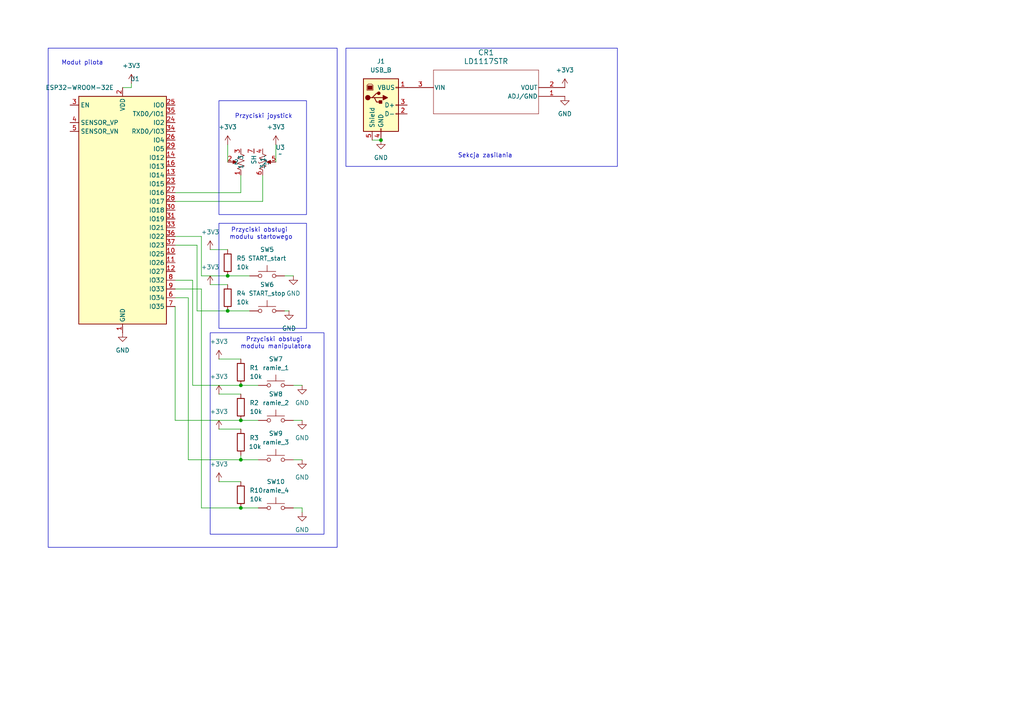
<source format=kicad_sch>
(kicad_sch (version 20231120) (generator "eeschema") (generator_version "8.0")
  (paper "A4")
  (lib_symbols
    (symbol "2024-05-05_15-24-01:LD1117STR" (pin_names (offset 0.254))
      (property "Reference" "CR" (at 22.86 10.16 0))
      (property "Value" "LD1117STR" (at 22.86 7.62 0))
      (symbol "LD1117STR_0_1"
        (polyline (pts (xy 7.62 -7.62) (xy 38.1 -7.62)) (stroke (width 0.127)))
        (polyline (pts (xy 7.62 5.08) (xy 7.62 -7.62)) (stroke (width 0.127)))
        (polyline (pts (xy 38.1 -7.62) (xy 38.1 5.08)) (stroke (width 0.127)))
        (polyline (pts (xy 38.1 5.08) (xy 7.62 5.08)) (stroke (width 0.127)))
        (pin power_out line (at 0 0 0) (length 7.62) (name "ADJ/GND") (number "1"))
        (pin power_in line (at 0 -2.54 0) (length 7.62) (name "VOUT") (number "2"))
        (pin power_in line (at 45.72 -2.54 180) (length 7.62) (name "VIN") (number "3"))
      )
    )
    (symbol "Connector:USB_B" (pin_names (offset 1.016))
      (property "Reference" "J" (at -5.08 11.43 0))
      (property "Value" "USB_B" (at -5.08 8.89 0))
      (symbol "USB_B_0_1"
        (rectangle (start -5.08 -7.62) (end 5.08 7.62) (stroke (width 0.254)) (fill (type background)))
        (circle (center -3.81 2.159) (radius 0.635) (stroke (width 0.254)) (fill (type outline)))
        (rectangle (start -3.81 5.588) (end -2.54 4.572) (fill (type outline)))
        (circle (center -0.635 3.429) (radius 0.381) (stroke (width 0.254)) (fill (type outline)))
        (rectangle (start -0.127 -7.62) (end 0.127 -6.858))
        (polyline (pts (xy -1.905 2.159) (xy 0.635 2.159)) (stroke (width 0.254)))
        (polyline (pts (xy -3.175 2.159) (xy -2.54 2.159) (xy -1.27 3.429) (xy -0.635 3.429)) (stroke (width 0.254)))
        (polyline (pts (xy -2.54 2.159) (xy -1.905 2.159) (xy -1.27 0.889) (xy 0 0.889)) (stroke (width 0.254)))
        (polyline (pts (xy 0.635 2.794) (xy 0.635 1.524) (xy 1.905 2.159) (xy 0.635 2.794)) (stroke (width 0.254)) (fill (type outline)))
        (polyline (pts (xy -4.064 4.318) (xy -2.286 4.318) (xy -2.286 5.715) (xy -2.667 6.096) (xy -3.683 6.096) (xy -4.064 5.715) (xy -4.064 4.318)))
        (rectangle (start 0.254 1.27) (end -0.508 0.508) (stroke (width 0.254)) (fill (type outline)))
        (rectangle (start 5.08 -2.667) (end 4.318 -2.413))
        (rectangle (start 5.08 -0.127) (end 4.318 0.127))
        (rectangle (start 5.08 4.953) (end 4.318 5.207))
      )
      (symbol "USB_B_1_1"
        (pin power_out line (at 7.62 5.08 180) (length 2.54) (name "VBUS") (number "1"))
        (pin bidirectional line (at 7.62 -2.54 180) (length 2.54) (name "D-") (number "2"))
        (pin bidirectional line (at 7.62 0 180) (length 2.54) (name "D+") (number "3"))
        (pin power_out line (at 0 -10.16 90) (length 2.54) (name "GND") (number "4"))
        (pin passive line (at -2.54 -10.16 90) (length 2.54) (name "Shield") (number "5"))
      )
    )
    (symbol "Device:R" (pin_numbers hide) (pin_names (offset 0))
      (property "Reference" "R" (at 2.032 0 90))
      (property "Value" "R" (at 0 0 90))
      (symbol "R_0_1"
        (rectangle (start -1.016 -2.54) (end 1.016 2.54) (stroke (width 0.254)))
      )
      (symbol "R_1_1"
        (pin passive line (at 0 3.81 270) (length 1.27) (name "~") (number "1"))
        (pin passive line (at 0 -3.81 90) (length 1.27) (name "~") (number "2"))
      )
    )
    (symbol "Joystick:3D161"
      (property "Reference" "U" (at 0 5.842 0))
      (symbol "3D161_0_1"
        (polyline (pts (xy -5.08 -1.27) (xy -4.064 -1.27)))
        (polyline (pts (xy -2.54 -3.81) (xy -2.54 -3.556)))
        (polyline (pts (xy -2.54 1.016) (xy -2.54 1.27)))
        (polyline (pts (xy 3.81 -3.556) (xy 3.81 -3.81)))
        (polyline (pts (xy 3.81 1.27) (xy 3.81 1.016)))
        (polyline (pts (xy 6.35 -1.27) (xy 5.334 -1.27)))
        (polyline (pts (xy -3.683 -1.27) (xy -4.826 -1.778) (xy -4.826 -0.762) (xy -3.683 -1.27)) (fill (type outline)))
        (polyline (pts (xy 4.953 -1.27) (xy 6.096 -0.762) (xy 6.096 -1.778) (xy 4.953 -1.27)) (fill (type outline)))
        (polyline (pts (xy -2.54 -3.556) (xy -3.556 -3.175) (xy -2.54 -2.794) (xy -1.524 -2.413) (xy -2.54 -2.032)))
        (polyline (pts (xy -2.54 -2.032) (xy -3.556 -1.651) (xy -2.54 -1.27) (xy -1.524 -0.889) (xy -1.27 -1.27)))
        (polyline (pts (xy -2.54 -0.508) (xy -3.556 -0.127) (xy -2.54 0.254) (xy -1.524 0.635) (xy -2.54 1.016)))
        (polyline (pts (xy 3.81 -2.032) (xy 4.826 -2.413) (xy 3.81 -2.794) (xy 2.794 -3.175) (xy 3.81 -3.556)))
        (polyline (pts (xy 3.81 -0.508) (xy 4.826 -0.889) (xy 3.81 -1.27) (xy 2.794 -1.651) (xy 3.81 -2.032)))
        (polyline (pts (xy 3.81 1.016) (xy 4.826 0.635) (xy 3.81 0.254) (xy 2.794 -0.127) (xy 3.81 -0.508)))
      )
      (symbol "3D161_1_1"
        (pin passive line (at 3.81 2.54 270) (length 1.27) (name "1") (number "1"))
        (pin passive line (at 7.62 -1.27 180) (length 1.27) (name "2") (number "2"))
        (pin passive line (at 3.81 -5.08 90) (length 1.27) (name "3") (number "3"))
        (pin passive line (at -2.54 -5.08 90) (length 1.27) (name "1.") (number "4"))
        (pin passive line (at -6.35 -1.27 0) (length 1.27) (name "2.") (number "5"))
        (pin passive line (at -2.54 2.54 270) (length 1.27) (name "3.") (number "6"))
        (pin passive line (at 0 -5.08 90) (length 1.27) (name "SH") (number "7"))
      )
    )
    (symbol "RF_Module:ESP32-WROOM-32E"
      (property "Reference" "U" (at -12.7 34.29 0))
      (property "Value" "ESP32-WROOM-32E" (at 1.27 34.29 0))
      (symbol "ESP32-WROOM-32E_0_1"
        (rectangle (start -12.7 33.02) (end 12.7 -33.02) (stroke (width 0.254)) (fill (type background)))
      )
      (symbol "ESP32-WROOM-32E_1_1"
        (pin power_in line (at 0 -35.56 90) (length 2.54) (name "GND") (number "1"))
        (pin bidirectional line (at 15.24 -12.7 180) (length 2.54) (name "IO25") (number "10"))
        (pin bidirectional line (at 15.24 -15.24 180) (length 2.54) (name "IO26") (number "11"))
        (pin bidirectional line (at 15.24 -17.78 180) (length 2.54) (name "IO27") (number "12"))
        (pin bidirectional line (at 15.24 10.16 180) (length 2.54) (name "IO14") (number "13"))
        (pin bidirectional line (at 15.24 15.24 180) (length 2.54) (name "IO12") (number "14"))
        (pin passive line (at 0 -35.56 90) (length 2.54) hide (name "GND") (number "15"))
        (pin bidirectional line (at 15.24 12.7 180) (length 2.54) (name "IO13") (number "16"))
        (pin no_connect line (at -12.7 -5.08 0) (length 2.54) hide (name "NC") (number "17"))
        (pin no_connect line (at -12.7 -7.62 0) (length 2.54) hide (name "NC") (number "18"))
        (pin no_connect line (at -12.7 -12.7 0) (length 2.54) hide (name "NC") (number "19"))
        (pin power_in line (at 0 35.56 270) (length 2.54) (name "VDD") (number "2"))
        (pin no_connect line (at -12.7 -10.16 0) (length 2.54) hide (name "NC") (number "20"))
        (pin no_connect line (at -12.7 0 0) (length 2.54) hide (name "NC") (number "21"))
        (pin no_connect line (at -12.7 -2.54 0) (length 2.54) hide (name "NC") (number "22"))
        (pin bidirectional line (at 15.24 7.62 180) (length 2.54) (name "IO15") (number "23"))
        (pin bidirectional line (at 15.24 25.4 180) (length 2.54) (name "IO2") (number "24"))
        (pin bidirectional line (at 15.24 30.48 180) (length 2.54) (name "IO0") (number "25"))
        (pin bidirectional line (at 15.24 20.32 180) (length 2.54) (name "IO4") (number "26"))
        (pin bidirectional line (at 15.24 5.08 180) (length 2.54) (name "IO16") (number "27"))
        (pin bidirectional line (at 15.24 2.54 180) (length 2.54) (name "IO17") (number "28"))
        (pin bidirectional line (at 15.24 17.78 180) (length 2.54) (name "IO5") (number "29"))
        (pin input line (at -15.24 30.48 0) (length 2.54) (name "EN") (number "3"))
        (pin bidirectional line (at 15.24 0 180) (length 2.54) (name "IO18") (number "30"))
        (pin bidirectional line (at 15.24 -2.54 180) (length 2.54) (name "IO19") (number "31"))
        (pin no_connect line (at -12.7 -27.94 0) (length 2.54) hide (name "NC") (number "32"))
        (pin bidirectional line (at 15.24 -5.08 180) (length 2.54) (name "IO21") (number "33"))
        (pin bidirectional line (at 15.24 22.86 180) (length 2.54) (name "RXD0/IO3") (number "34"))
        (pin bidirectional line (at 15.24 27.94 180) (length 2.54) (name "TXD0/IO1") (number "35"))
        (pin bidirectional line (at 15.24 -7.62 180) (length 2.54) (name "IO22") (number "36"))
        (pin bidirectional line (at 15.24 -10.16 180) (length 2.54) (name "IO23") (number "37"))
        (pin passive line (at 0 -35.56 90) (length 2.54) hide (name "GND") (number "38"))
        (pin passive line (at 0 -35.56 90) (length 2.54) hide (name "GND") (number "39"))
        (pin input line (at -15.24 25.4 0) (length 2.54) (name "SENSOR_VP") (number "4"))
        (pin input line (at -15.24 22.86 0) (length 2.54) (name "SENSOR_VN") (number "5"))
        (pin input line (at 15.24 -25.4 180) (length 2.54) (name "IO34") (number "6"))
        (pin input line (at 15.24 -27.94 180) (length 2.54) (name "IO35") (number "7"))
        (pin bidirectional line (at 15.24 -20.32 180) (length 2.54) (name "IO32") (number "8"))
        (pin bidirectional line (at 15.24 -22.86 180) (length 2.54) (name "IO33") (number "9"))
      )
    )
    (symbol "Switch:SW_MEC_5G" (pin_numbers hide) (pin_names (offset 1.016) hide)
      (property "Reference" "SW" (at 1.27 2.54 0))
      (property "Value" "SW_MEC_5G" (at 0 -1.524 0))
      (symbol "SW_MEC_5G_0_1"
        (circle (center -2.032 0) (radius 0.508))
        (polyline (pts (xy 0 1.27) (xy 0 3.048)))
        (polyline (pts (xy 2.54 1.27) (xy -2.54 1.27)))
        (circle (center 2.032 0) (radius 0.508))
        (pin passive line (at -5.08 0 0) (length 2.54) (name "A") (number "1"))
        (pin passive line (at 5.08 0 180) (length 2.54) (name "B") (number "3"))
      )
      (symbol "SW_MEC_5G_1_1"
        (pin passive line (at -5.08 0 0) (length 2.54) hide (name "A") (number "2"))
        (pin passive line (at 5.08 0 180) (length 2.54) hide (name "B") (number "4"))
      )
    )
    (symbol "power:+3V3" (power) (pin_numbers hide) (pin_names (offset 0) hide)
      (property "Value" "+3V3" (at 0 3.556 0))
      (symbol "+3V3_0_1"
        (polyline (pts (xy -0.762 1.27) (xy 0 2.54)))
        (polyline (pts (xy 0 0) (xy 0 2.54)))
        (polyline (pts (xy 0 2.54) (xy 0.762 1.27)))
      )
      (symbol "+3V3_1_1"
        (pin power_in line (at 0 0 90) (length 0) (name "~") (number "1"))
      )
    )
    (symbol "power:GND" (power) (pin_numbers hide) (pin_names (offset 0) hide)
      (property "Value" "GND" (at 0 -3.81 0))
      (symbol "GND_0_1"
        (polyline (pts (xy 0 0) (xy 0 -1.27) (xy 1.27 -1.27) (xy 0 -2.54) (xy -1.27 -1.27) (xy 0 -1.27)))
      )
      (symbol "GND_1_1"
        (pin power_in line (at 0 0 270) (length 0) (name "~") (number "1"))
      )
    )
  )
  (junction (at 69.85 147.32))
  (junction (at 69.85 111.76))
  (junction (at 69.85 133.35))
  (junction (at 110.49 40.64))
  (junction (at 66.04 80.01))
  (junction (at 66.04 90.17))
  (junction (at 69.85 121.92))
  (wire (pts (xy 38.1 25.4) (xy 38.1 24.13)))
  (wire (pts (xy 87.63 148.59) (xy 87.63 147.32)))
  (wire (pts (xy 60.96 82.55) (xy 66.04 82.55)))
  (wire (pts (xy 50.8 83.82) (xy 58.42 83.82)))
  (wire (pts (xy 63.5 114.3) (xy 69.85 114.3)))
  (wire (pts (xy 50.8 71.12) (xy 57.15 71.12)))
  (wire (pts (xy 54.61 86.36) (xy 54.61 133.35)))
  (wire (pts (xy 50.8 58.42) (xy 76.2 58.42)))
  (wire (pts (xy 69.85 50.8) (xy 69.85 55.88)))
  (wire (pts (xy 50.8 68.58) (xy 58.42 68.58)))
  (wire (pts (xy 66.04 41.91) (xy 66.04 46.99)))
  (wire (pts (xy 87.63 121.92) (xy 85.09 121.92)))
  (wire (pts (xy 50.8 121.92) (xy 69.85 121.92)))
  (wire (pts (xy 60.96 72.39) (xy 66.04 72.39)))
  (wire (pts (xy 50.8 88.9) (xy 50.8 121.92)))
  (wire (pts (xy 66.04 80.01) (xy 72.39 80.01)))
  (wire (pts (xy 58.42 83.82) (xy 58.42 147.32)))
  (wire (pts (xy 69.85 132.08) (xy 69.85 133.35)))
  (wire (pts (xy 85.09 133.35) (xy 87.63 133.35)))
  (wire (pts (xy 69.85 147.32) (xy 74.93 147.32)))
  (wire (pts (xy 80.01 41.91) (xy 80.01 46.99)))
  (wire (pts (xy 66.04 90.17) (xy 72.39 90.17)))
  (wire (pts (xy 55.88 111.76) (xy 55.88 81.28)))
  (wire (pts (xy 76.2 58.42) (xy 76.2 50.8)))
  (wire (pts (xy 50.8 55.88) (xy 69.85 55.88)))
  (wire (pts (xy 54.61 133.35) (xy 69.85 133.35)))
  (wire (pts (xy 63.5 124.46) (xy 69.85 124.46)))
  (wire (pts (xy 85.09 80.01) (xy 82.55 80.01)))
  (wire (pts (xy 83.82 90.17) (xy 82.55 90.17)))
  (wire (pts (xy 63.5 139.7) (xy 69.85 139.7)))
  (wire (pts (xy 87.63 147.32) (xy 85.09 147.32)))
  (wire (pts (xy 58.42 80.01) (xy 66.04 80.01)))
  (wire (pts (xy 107.95 40.64) (xy 110.49 40.64)))
  (wire (pts (xy 55.88 81.28) (xy 50.8 81.28)))
  (wire (pts (xy 69.85 133.35) (xy 74.93 133.35)))
  (wire (pts (xy 69.85 121.92) (xy 74.93 121.92)))
  (wire (pts (xy 69.85 111.76) (xy 74.93 111.76)))
  (wire (pts (xy 87.63 111.76) (xy 85.09 111.76)))
  (wire (pts (xy 58.42 147.32) (xy 69.85 147.32)))
  (wire (pts (xy 58.42 68.58) (xy 58.42 80.01)))
  (wire (pts (xy 50.8 86.36) (xy 54.61 86.36)))
  (wire (pts (xy 35.56 25.4) (xy 38.1 25.4)))
  (wire (pts (xy 55.88 111.76) (xy 69.85 111.76)))
  (wire (pts (xy 57.15 90.17) (xy 66.04 90.17)))
  (wire (pts (xy 63.5 104.14) (xy 69.85 104.14)))
  (wire (pts (xy 57.15 71.12) (xy 57.15 90.17)))
  (rectangle (start 100.33 13.97) (end 179.07 48.26))
  (rectangle (start 13.97 13.97) (end 97.79 158.75))
  (rectangle (start 63.5 29.21) (end 88.9 62.23))
  (rectangle (start 60.96 96.52) (end 93.98 154.94))
  (rectangle (start 63.5 64.77) (end 88.9 95.25))
  (text "Moduł pilota" (at 23.876 18.288 0) (effects (font (size 1.27 1.27))))
  (text "Przyciski joystick" (at 76.454 33.782 0) (effects (font (size 1.27 1.27))))
  (text "Przyciski obsługi \nmodułu startowego\n" (at 75.692 67.818 0) (effects (font (size 1.27 1.27))))
  (text "Sekcja zasilania\n" (at 140.716 45.212 0) (effects (font (size 1.27 1.27))))
  (text "Przyciski obsługi \nmodułu manipulatora\n" (at 80.01 99.568 0) (effects (font (size 1.27 1.27))))
  (symbol (lib_id "Device:R") (at 69.85 143.51 0) (unit 1)
    (property "Reference" "R10" (at 72.39 142.2399 0) (effects (justify left)))
    (property "Value" "10k" (at 72.39 144.7799 0) (effects (justify left)))
    (property "Footprint" "Resistor_THT:R_Axial_DIN0204_L3.6mm_D1.6mm_P7.62mm_Horizontal" (effects (hide yes)))
    (property "Description" "Resistor" (effects (hide yes)))
  )
  (symbol (lib_id "power:+3V3") (at 60.96 82.55 0) (unit 1)
    (property "Reference" "#PWR020" (effects (hide yes)))
    (property "Value" "+3V3" (at 60.96 77.47 0))
    (property "Description" "Power symbol creates a global label with name \"+3V3\"" (effects (hide yes)))
  )
  (symbol (lib_id "power:+3V3") (at 163.83 25.4 0) (unit 1)
    (property "Reference" "#PWR011" (effects (hide yes)))
    (property "Value" "+3V3" (at 163.83 20.32 0))
    (property "Description" "Power symbol creates a global label with name \"+3V3\"" (effects (hide yes)))
  )
  (symbol (lib_id "power:GND") (at 87.63 133.35 0) (unit 1)
    (property "Reference" "#PWR03" (effects (hide yes)))
    (property "Value" "GND" (at 87.63 138.43 0))
    (property "Description" "Power symbol creates a global label with name \"GND\" , ground" (effects (hide yes)))
  )
  (symbol (lib_id "power:GND") (at 110.49 40.64 0) (unit 1)
    (property "Reference" "#PWR010" (effects (hide yes)))
    (property "Value" "GND" (at 110.49 45.72 0))
    (property "Description" "Power symbol creates a global label with name \"GND\" , ground" (effects (hide yes)))
  )
  (symbol (lib_id "Device:R") (at 69.85 107.95 0) (unit 1)
    (property "Reference" "R1" (at 72.39 106.6799 0) (effects (justify left)))
    (property "Value" "10k" (at 72.39 109.2199 0) (effects (justify left)))
    (property "Footprint" "Resistor_THT:R_Axial_DIN0204_L3.6mm_D1.6mm_P7.62mm_Horizontal" (effects (hide yes)))
    (property "Description" "Resistor" (effects (hide yes)))
  )
  (symbol (lib_id "power:+3V3") (at 63.5 104.14 0) (unit 1)
    (property "Reference" "#PWR06" (effects (hide yes)))
    (property "Value" "+3V3" (at 63.5 99.06 0))
    (property "Description" "Power symbol creates a global label with name \"+3V3\"" (effects (hide yes)))
  )
  (symbol (lib_id "power:GND") (at 83.82 90.17 0) (unit 1)
    (property "Reference" "#PWR013" (effects (hide yes)))
    (property "Value" "GND" (at 83.82 95.25 0))
    (property "Description" "Power symbol creates a global label with name \"GND\" , ground" (effects (hide yes)))
  )
  (symbol (lib_id "Switch:SW_MEC_5G") (at 80.01 147.32 0) (unit 1)
    (property "Reference" "SW10" (at 80.01 139.7 0))
    (property "Value" "ramie_4" (at 80.01 142.24 0))
    (property "Footprint" "Button_Switch_THT:SW_PUSH_6mm_H5mm" (effects (hide yes)))
    (property "Datasheet" "http://www.apem.com/int/index.php?controller=attachment&id_attachment=488" (effects (hide yes)))
    (property "Description" "MEC 5G single pole normally-open tactile switch" (effects (hide yes)))
  )
  (symbol (lib_id "RF_Module:ESP32-WROOM-32E") (at 35.56 60.96 0) (unit 1)
    (property "Reference" "U1" (at 37.7541 22.86 0) (effects (justify left)))
    (property "Value" "ESP32-WROOM-32E" (at 13.208 25.4 0) (effects (justify left)))
    (property "Footprint" "RF_Module:ESP32-WROOM-32D" (effects (hide yes)))
    (property "Datasheet" "https://www.espressif.com/sites/default/files/documentation/esp32-wroom-32e_esp32-wroom-32ue_datasheet_en.pdf" (effects (hide yes)))
    (property "Description" "RF Module, ESP32-D0WD-V3 SoC, without PSRAM, Wi-Fi 802.11b/g/n, Bluetooth, BLE, 32-bit, 2.7-3.6V, onboard antenna, SMD" (effects (hide yes)))
  )
  (symbol (lib_id "power:GND") (at 163.83 27.94 0) (unit 1)
    (property "Reference" "#PWR014" (effects (hide yes)))
    (property "Value" "GND" (at 163.83 33.02 0))
    (property "Description" "Power symbol creates a global label with name \"GND\" , ground" (effects (hide yes)))
  )
  (symbol (lib_id "power:GND") (at 85.09 80.01 0) (unit 1)
    (property "Reference" "#PWR012" (effects (hide yes)))
    (property "Value" "GND" (at 85.09 85.09 0))
    (property "Description" "Power symbol creates a global label with name \"GND\" , ground" (effects (hide yes)))
  )
  (symbol (lib_id "Switch:SW_MEC_5G") (at 77.47 90.17 0) (unit 1)
    (property "Reference" "SW6" (at 77.47 82.55 0))
    (property "Value" "START_stop" (at 77.47 85.09 0))
    (property "Footprint" "Button_Switch_THT:SW_PUSH_6mm_H5mm" (effects (hide yes)))
    (property "Datasheet" "http://www.apem.com/int/index.php?controller=attachment&id_attachment=488" (effects (hide yes)))
    (property "Description" "MEC 5G single pole normally-open tactile switch" (effects (hide yes)))
  )
  (symbol (lib_id "power:+3V3") (at 63.5 124.46 0) (unit 1)
    (property "Reference" "#PWR015" (effects (hide yes)))
    (property "Value" "+3V3" (at 63.5 119.38 0))
    (property "Description" "Power symbol creates a global label with name \"+3V3\"" (effects (hide yes)))
  )
  (symbol (lib_id "Device:R") (at 66.04 76.2 0) (unit 1)
    (property "Reference" "R5" (at 68.58 74.9299 0) (effects (justify left)))
    (property "Value" "10k" (at 68.58 77.4699 0) (effects (justify left)))
    (property "Footprint" "Resistor_THT:R_Axial_DIN0204_L3.6mm_D1.6mm_P7.62mm_Horizontal" (effects (hide yes)))
    (property "Description" "Resistor" (effects (hide yes)))
  )
  (symbol (lib_id "Device:R") (at 66.04 86.36 0) (unit 1)
    (property "Reference" "R4" (at 68.58 85.0899 0) (effects (justify left)))
    (property "Value" "10k" (at 68.58 87.6299 0) (effects (justify left)))
    (property "Footprint" "Resistor_THT:R_Axial_DIN0204_L3.6mm_D1.6mm_P7.62mm_Horizontal" (effects (hide yes)))
    (property "Description" "Resistor" (effects (hide yes)))
  )
  (symbol (lib_id "2024-05-05_15-24-01:LD1117STR") (at 163.83 27.94 180) (unit 1)
    (property "Reference" "CR1" (at 140.97 15.24 0) (effects (font (size 1.524 1.524))))
    (property "Value" "LD1117STR" (at 140.97 17.78 0) (effects (font (size 1.524 1.524))))
    (property "Footprint" "SOT-223_STM" (effects (hide yes)))
    (property "Datasheet" "LD1117STR" (effects (hide yes)))
  )
  (symbol (lib_id "Switch:SW_MEC_5G") (at 80.01 133.35 0) (unit 1)
    (property "Reference" "SW9" (at 80.01 125.73 0))
    (property "Value" "ramie_3" (at 80.01 128.27 0))
    (property "Footprint" "Button_Switch_THT:SW_PUSH_6mm_H5mm" (effects (hide yes)))
    (property "Datasheet" "http://www.apem.com/int/index.php?controller=attachment&id_attachment=488" (effects (hide yes)))
    (property "Description" "MEC 5G single pole normally-open tactile switch" (effects (hide yes)))
  )
  (symbol (lib_id "Joystick:3D161") (at 73.66 48.26 180) (unit 1)
    (property "Reference" "U3" (at 81.28 42.7638 0))
    (property "Value" "~" (at 81.28 44.6689 0))
    (property "Footprint" "3D161:3D161" (effects (hide yes)))
  )
  (symbol (lib_id "power:GND") (at 35.56 96.52 0) (unit 1)
    (property "Reference" "#PWR01" (effects (hide yes)))
    (property "Value" "GND" (at 35.56 101.6 0))
    (property "Description" "Power symbol creates a global label with name \"GND\" , ground" (effects (hide yes)))
  )
  (symbol (lib_id "power:GND") (at 87.63 121.92 0) (unit 1)
    (property "Reference" "#PWR04" (effects (hide yes)))
    (property "Value" "GND" (at 87.63 127 0))
    (property "Description" "Power symbol creates a global label with name \"GND\" , ground" (effects (hide yes)))
  )
  (symbol (lib_id "Switch:SW_MEC_5G") (at 80.01 121.92 0) (unit 1)
    (property "Reference" "SW8" (at 80.01 114.3 0))
    (property "Value" "ramie_2" (at 80.01 116.84 0))
    (property "Footprint" "Button_Switch_THT:SW_PUSH_6mm_H5mm" (effects (hide yes)))
    (property "Datasheet" "http://www.apem.com/int/index.php?controller=attachment&id_attachment=488" (effects (hide yes)))
    (property "Description" "MEC 5G single pole normally-open tactile switch" (effects (hide yes)))
  )
  (symbol (lib_id "power:+3V3") (at 63.5 139.7 0) (unit 1)
    (property "Reference" "#PWR021" (effects (hide yes)))
    (property "Value" "+3V3" (at 63.5 134.62 0))
    (property "Description" "Power symbol creates a global label with name \"+3V3\"" (effects (hide yes)))
  )
  (symbol (lib_id "power:+3V3") (at 38.1 24.13 0) (unit 1)
    (property "Reference" "#PWR02" (effects (hide yes)))
    (property "Value" "+3V3" (at 38.1 19.05 0))
    (property "Description" "Power symbol creates a global label with name \"+3V3\"" (effects (hide yes)))
  )
  (symbol (lib_id "Switch:SW_MEC_5G") (at 80.01 111.76 0) (unit 1)
    (property "Reference" "SW7" (at 80.01 104.14 0))
    (property "Value" "ramie_1" (at 80.01 106.68 0))
    (property "Footprint" "Button_Switch_THT:SW_PUSH_6mm_H5mm" (effects (hide yes)))
    (property "Datasheet" "http://www.apem.com/int/index.php?controller=attachment&id_attachment=488" (effects (hide yes)))
    (property "Description" "MEC 5G single pole normally-open tactile switch" (effects (hide yes)))
  )
  (symbol (lib_id "Device:R") (at 69.85 128.27 0) (unit 1)
    (property "Reference" "R3" (at 72.39 126.9999 0) (effects (justify left)))
    (property "Value" "10k" (at 72.136 129.54 0) (effects (justify left)))
    (property "Footprint" "Resistor_THT:R_Axial_DIN0204_L3.6mm_D1.6mm_P7.62mm_Horizontal" (effects (hide yes)))
    (property "Description" "Resistor" (effects (hide yes)))
  )
  (symbol (lib_id "power:+3V3") (at 63.5 114.3 0) (unit 1)
    (property "Reference" "#PWR016" (effects (hide yes)))
    (property "Value" "+3V3" (at 63.5 109.22 0))
    (property "Description" "Power symbol creates a global label with name \"+3V3\"" (effects (hide yes)))
  )
  (symbol (lib_id "power:GND") (at 87.63 148.59 0) (unit 1)
    (property "Reference" "#PWR022" (effects (hide yes)))
    (property "Value" "GND" (at 87.63 153.67 0))
    (property "Description" "Power symbol creates a global label with name \"GND\" , ground" (effects (hide yes)))
  )
  (symbol (lib_id "power:+3V3") (at 80.01 41.91 0) (unit 1)
    (property "Reference" "#PWR09" (effects (hide yes)))
    (property "Value" "+3V3" (at 80.01 36.83 0))
    (property "Description" "Power symbol creates a global label with name \"+3V3\"" (effects (hide yes)))
  )
  (symbol (lib_id "power:GND") (at 87.63 111.76 0) (unit 1)
    (property "Reference" "#PWR05" (effects (hide yes)))
    (property "Value" "GND" (at 87.63 116.84 0))
    (property "Description" "Power symbol creates a global label with name \"GND\" , ground" (effects (hide yes)))
  )
  (symbol (lib_id "power:+3V3") (at 60.96 72.39 0) (unit 1)
    (property "Reference" "#PWR07" (effects (hide yes)))
    (property "Value" "+3V3" (at 60.96 67.31 0))
    (property "Description" "Power symbol creates a global label with name \"+3V3\"" (effects (hide yes)))
  )
  (symbol (lib_id "Device:R") (at 69.85 118.11 0) (unit 1)
    (property "Reference" "R2" (at 72.39 116.8399 0) (effects (justify left)))
    (property "Value" "10k" (at 72.39 119.3799 0) (effects (justify left)))
    (property "Footprint" "Resistor_THT:R_Axial_DIN0204_L3.6mm_D1.6mm_P7.62mm_Horizontal" (effects (hide yes)))
    (property "Description" "Resistor" (effects (hide yes)))
  )
  (symbol (lib_id "Switch:SW_MEC_5G") (at 77.47 80.01 0) (unit 1)
    (property "Reference" "SW5" (at 77.47 72.39 0))
    (property "Value" "START_start" (at 77.47 74.93 0))
    (property "Footprint" "Button_Switch_THT:SW_PUSH_6mm_H5mm" (effects (hide yes)))
    (property "Datasheet" "http://www.apem.com/int/index.php?controller=attachment&id_attachment=488" (effects (hide yes)))
    (property "Description" "MEC 5G single pole normally-open tactile switch" (effects (hide yes)))
  )
  (symbol (lib_id "Connector:USB_B") (at 110.49 30.48 0) (unit 1)
    (property "Reference" "J1" (at 110.49 17.78 0))
    (property "Value" "USB_B" (at 110.49 20.32 0))
    (property "Footprint" "Connector_USB:USB_B_OST_USB-B1HSxx_Horizontal" (effects (hide yes)))
    (property "Datasheet" " ~" (effects (hide yes)))
    (property "Description" "USB Type B connector" (effects (hide yes)))
  )
  (symbol (lib_id "power:+3V3") (at 66.04 41.91 0) (unit 1)
    (property "Reference" "#PWR08" (effects (hide yes)))
    (property "Value" "+3V3" (at 66.04 36.83 0))
    (property "Description" "Power symbol creates a global label with name \"+3V3\"" (effects (hide yes)))
  )
)
</source>
